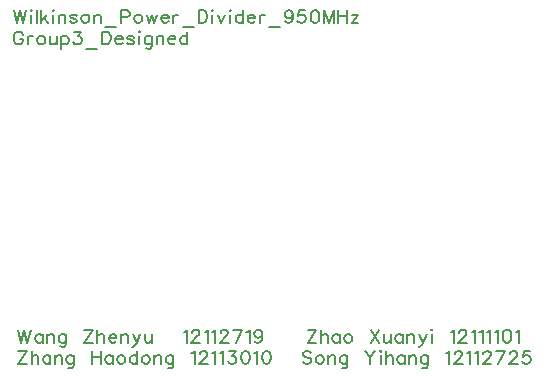
<source format=gto>
G04 Layer: TopSilkscreenLayer*
G04 EasyEDA Pro v2.1.42.467b0aa0.3861f9, 2023-12-20 23:41:23*
G04 Gerber Generator version 0.3*
G04 Scale: 100 percent, Rotated: No, Reflected: No*
G04 Dimensions in millimeters*
G04 Leading zeros omitted, absolute positions, 3 integers and 5 decimals*
%FSLAX35Y35*%
%MOMM*%
%ADD10C,0.15*%
G75*


G04 Text Start*
G54D10*
G01X-3802380Y2821092D02*
G01X-3776726Y2712888D01*
G01X-3750818Y2821092D02*
G01X-3776726Y2712888D01*
G01X-3750818Y2821092D02*
G01X-3725164Y2712888D01*
G01X-3699256Y2821092D02*
G01X-3725164Y2712888D01*
G01X-3659632Y2821092D02*
G01X-3654298Y2816012D01*
G01X-3649218Y2821092D01*
G01X-3654298Y2826172D01*
G01X-3659632Y2821092D01*
G01X-3654298Y2785024D02*
G01X-3654298Y2712888D01*
G01X-3609594Y2821092D02*
G01X-3609594Y2712888D01*
G01X-3569716Y2821092D02*
G01X-3569716Y2712888D01*
G01X-3518154Y2785024D02*
G01X-3569716Y2733462D01*
G01X-3549142Y2754036D02*
G01X-3513074Y2712888D01*
G01X-3473450Y2821092D02*
G01X-3468116Y2816012D01*
G01X-3463036Y2821092D01*
G01X-3468116Y2826172D01*
G01X-3473450Y2821092D01*
G01X-3468116Y2785024D02*
G01X-3468116Y2712888D01*
G01X-3423412Y2785024D02*
G01X-3423412Y2712888D01*
G01X-3423412Y2764450D02*
G01X-3407918Y2779944D01*
G01X-3397504Y2785024D01*
G01X-3382010D01*
G01X-3371850Y2779944D01*
G01X-3366516Y2764450D01*
G01Y2712888D01*
G01X-3269996Y2769530D02*
G01X-3275330Y2779944D01*
G01X-3290570Y2785024D01*
G01X-3306064D01*
G01X-3321558Y2779944D01*
G01X-3326892Y2769530D01*
G01X-3321558Y2759116D01*
G01X-3311398Y2754036D01*
G01X-3285490Y2748956D01*
G01X-3275330Y2743622D01*
G01X-3269996Y2733462D01*
G01Y2728382D01*
G01X-3275330Y2717968D01*
G01X-3290570Y2712888D01*
G01X-3306064D01*
G01X-3321558Y2717968D01*
G01X-3326892Y2728382D01*
G01X-3204464Y2785024D02*
G01X-3214878Y2779944D01*
G01X-3225038Y2769530D01*
G01X-3230372Y2754036D01*
G01Y2743622D01*
G01X-3225038Y2728382D01*
G01X-3214878Y2717968D01*
G01X-3204464Y2712888D01*
G01X-3188970D01*
G01X-3178810Y2717968D01*
G01X-3168396Y2728382D01*
G01X-3163316Y2743622D01*
G01Y2754036D01*
G01X-3168396Y2769530D01*
G01X-3178810Y2779944D01*
G01X-3188970Y2785024D01*
G01X-3204464D01*
G01X-3123692Y2785024D02*
G01X-3123692Y2712888D01*
G01X-3123692Y2764450D02*
G01X-3108198Y2779944D01*
G01X-3097784Y2785024D01*
G01X-3082290D01*
G01X-3072130Y2779944D01*
G01X-3066796Y2764450D01*
G01Y2712888D01*
G01X-3027172Y2676820D02*
G01X-2934208Y2676820D01*
G01X-2894584Y2821092D02*
G01X-2894584Y2712888D01*
G01X-2894584Y2821092D02*
G01X-2848102Y2821092D01*
G01X-2832608Y2816012D01*
G01X-2827528Y2810678D01*
G01X-2822194Y2800518D01*
G01Y2785024D01*
G01X-2827528Y2774610D01*
G01X-2832608Y2769530D01*
G01X-2848102Y2764450D01*
G01X-2894584D01*
G01X-2756662Y2785024D02*
G01X-2767076Y2779944D01*
G01X-2777236Y2769530D01*
G01X-2782570Y2754036D01*
G01Y2743622D01*
G01X-2777236Y2728382D01*
G01X-2767076Y2717968D01*
G01X-2756662Y2712888D01*
G01X-2741168D01*
G01X-2731008Y2717968D01*
G01X-2720594Y2728382D01*
G01X-2715514Y2743622D01*
G01Y2754036D01*
G01X-2720594Y2769530D01*
G01X-2731008Y2779944D01*
G01X-2741168Y2785024D01*
G01X-2756662D01*
G01X-2675890Y2785024D02*
G01X-2655062Y2712888D01*
G01X-2634488Y2785024D02*
G01X-2655062Y2712888D01*
G01X-2634488Y2785024D02*
G01X-2613914Y2712888D01*
G01X-2593340Y2785024D02*
G01X-2613914Y2712888D01*
G01X-2553716Y2754036D02*
G01X-2491740Y2754036D01*
G01Y2764450D01*
G01X-2496820Y2774610D01*
G01X-2502154Y2779944D01*
G01X-2512314Y2785024D01*
G01X-2527808D01*
G01X-2538222Y2779944D01*
G01X-2548382Y2769530D01*
G01X-2553716Y2754036D01*
G01Y2743622D01*
G01X-2548382Y2728382D01*
G01X-2538222Y2717968D01*
G01X-2527808Y2712888D01*
G01X-2512314D01*
G01X-2502154Y2717968D01*
G01X-2491740Y2728382D01*
G01X-2452116Y2785024D02*
G01X-2452116Y2712888D01*
G01X-2452116Y2754036D02*
G01X-2446782Y2769530D01*
G01X-2436622Y2779944D01*
G01X-2426208Y2785024D01*
G01X-2410714D01*
G01X-2371090Y2676820D02*
G01X-2278126Y2676820D01*
G01X-2238502Y2821092D02*
G01X-2238502Y2712888D01*
G01X-2238502Y2821092D02*
G01X-2202180Y2821092D01*
G01X-2186940Y2816012D01*
G01X-2176526Y2805598D01*
G01X-2171446Y2795184D01*
G01X-2166112Y2779944D01*
G01Y2754036D01*
G01X-2171446Y2738542D01*
G01X-2176526Y2728382D01*
G01X-2186940Y2717968D01*
G01X-2202180Y2712888D01*
G01X-2238502D01*
G01X-2126488Y2821092D02*
G01X-2121154Y2816012D01*
G01X-2116074Y2821092D01*
G01X-2121154Y2826172D01*
G01X-2126488Y2821092D01*
G01X-2121154Y2785024D02*
G01X-2121154Y2712888D01*
G01X-2076450Y2785024D02*
G01X-2045462Y2712888D01*
G01X-2014474Y2785024D02*
G01X-2045462Y2712888D01*
G01X-1974850Y2821092D02*
G01X-1969516Y2816012D01*
G01X-1964436Y2821092D01*
G01X-1969516Y2826172D01*
G01X-1974850Y2821092D01*
G01X-1969516Y2785024D02*
G01X-1969516Y2712888D01*
G01X-1862836Y2821092D02*
G01X-1862836Y2712888D01*
G01X-1862836Y2769530D02*
G01X-1873250Y2779944D01*
G01X-1883410Y2785024D01*
G01X-1898904D01*
G01X-1909318Y2779944D01*
G01X-1919478Y2769530D01*
G01X-1924812Y2754036D01*
G01Y2743622D01*
G01X-1919478Y2728382D01*
G01X-1909318Y2717968D01*
G01X-1898904Y2712888D01*
G01X-1883410D01*
G01X-1873250Y2717968D01*
G01X-1862836Y2728382D01*
G01X-1823212Y2754036D02*
G01X-1761236Y2754036D01*
G01Y2764450D01*
G01X-1766316Y2774610D01*
G01X-1771650Y2779944D01*
G01X-1781810Y2785024D01*
G01X-1797304D01*
G01X-1807718Y2779944D01*
G01X-1817878Y2769530D01*
G01X-1823212Y2754036D01*
G01Y2743622D01*
G01X-1817878Y2728382D01*
G01X-1807718Y2717968D01*
G01X-1797304Y2712888D01*
G01X-1781810D01*
G01X-1771650Y2717968D01*
G01X-1761236Y2728382D01*
G01X-1721612Y2785024D02*
G01X-1721612Y2712888D01*
G01X-1721612Y2754036D02*
G01X-1716278Y2769530D01*
G01X-1706118Y2779944D01*
G01X-1695704Y2785024D01*
G01X-1680210D01*
G01X-1640586Y2676820D02*
G01X-1547622Y2676820D01*
G01X-1440942Y2785024D02*
G01X-1446022Y2769530D01*
G01X-1456436Y2759116D01*
G01X-1471676Y2754036D01*
G01X-1477010D01*
G01X-1492504Y2759116D01*
G01X-1502664Y2769530D01*
G01X-1507998Y2785024D01*
G01Y2790104D01*
G01X-1502664Y2805598D01*
G01X-1492504Y2816012D01*
G01X-1477010Y2821092D01*
G01X-1471676D01*
G01X-1456436Y2816012D01*
G01X-1446022Y2805598D01*
G01X-1440942Y2785024D01*
G01Y2759116D01*
G01X-1446022Y2733462D01*
G01X-1456436Y2717968D01*
G01X-1471676Y2712888D01*
G01X-1482090D01*
G01X-1497584Y2717968D01*
G01X-1502664Y2728382D01*
G01X-1339342Y2821092D02*
G01X-1390904Y2821092D01*
G01X-1395984Y2774610D01*
G01X-1390904Y2779944D01*
G01X-1375410Y2785024D01*
G01X-1359916D01*
G01X-1344422Y2779944D01*
G01X-1334262Y2769530D01*
G01X-1328928Y2754036D01*
G01Y2743622D01*
G01X-1334262Y2728382D01*
G01X-1344422Y2717968D01*
G01X-1359916Y2712888D01*
G01X-1375410D01*
G01X-1390904Y2717968D01*
G01X-1395984Y2723048D01*
G01X-1401318Y2733462D01*
G01X-1258316Y2821092D02*
G01X-1273810Y2816012D01*
G01X-1283970Y2800518D01*
G01X-1289304Y2774610D01*
G01Y2759116D01*
G01X-1283970Y2733462D01*
G01X-1273810Y2717968D01*
G01X-1258316Y2712888D01*
G01X-1247902D01*
G01X-1232408Y2717968D01*
G01X-1222248Y2733462D01*
G01X-1216914Y2759116D01*
G01Y2774610D01*
G01X-1222248Y2800518D01*
G01X-1232408Y2816012D01*
G01X-1247902Y2821092D01*
G01X-1258316D01*
G01X-1177290Y2821092D02*
G01X-1177290Y2712888D01*
G01X-1177290Y2821092D02*
G01X-1135888Y2712888D01*
G01X-1094740Y2821092D02*
G01X-1135888Y2712888D01*
G01X-1094740Y2821092D02*
G01X-1094740Y2712888D01*
G01X-1055116Y2821092D02*
G01X-1055116Y2712888D01*
G01X-982726Y2821092D02*
G01X-982726Y2712888D01*
G01X-1055116Y2769530D02*
G01X-982726Y2769530D01*
G01X-886206Y2785024D02*
G01X-943102Y2712888D01*
G01X-943102Y2785024D02*
G01X-886206Y2785024D01*
G01X-943102Y2712888D02*
G01X-886206Y2712888D01*
G01X-3725164Y2615352D02*
G01X-3730244Y2625512D01*
G01X-3740658Y2635926D01*
G01X-3750818Y2641006D01*
G01X-3771646D01*
G01X-3781806Y2635926D01*
G01X-3792220Y2625512D01*
G01X-3797300Y2615352D01*
G01X-3802380Y2599858D01*
G01Y2573950D01*
G01X-3797300Y2558456D01*
G01X-3792220Y2548296D01*
G01X-3781806Y2537882D01*
G01X-3771646Y2532802D01*
G01X-3750818D01*
G01X-3740658Y2537882D01*
G01X-3730244Y2548296D01*
G01X-3725164Y2558456D01*
G01Y2573950D01*
G01X-3750818Y2573950D02*
G01X-3725164Y2573950D01*
G01X-3685540Y2604938D02*
G01X-3685540Y2532802D01*
G01X-3685540Y2573950D02*
G01X-3680206Y2589444D01*
G01X-3670046Y2599858D01*
G01X-3659632Y2604938D01*
G01X-3644138D01*
G01X-3578606Y2604938D02*
G01X-3589020Y2599858D01*
G01X-3599180Y2589444D01*
G01X-3604514Y2573950D01*
G01Y2563790D01*
G01X-3599180Y2548296D01*
G01X-3589020Y2537882D01*
G01X-3578606Y2532802D01*
G01X-3563112D01*
G01X-3552952Y2537882D01*
G01X-3542538Y2548296D01*
G01X-3537458Y2563790D01*
G01Y2573950D01*
G01X-3542538Y2589444D01*
G01X-3552952Y2599858D01*
G01X-3563112Y2604938D01*
G01X-3578606D01*
G01X-3497834Y2604938D02*
G01X-3497834Y2553376D01*
G01X-3492500Y2537882D01*
G01X-3482340Y2532802D01*
G01X-3466846D01*
G01X-3456432Y2537882D01*
G01X-3440938Y2553376D01*
G01X-3440938Y2604938D02*
G01X-3440938Y2532802D01*
G01X-3401314Y2604938D02*
G01X-3401314Y2496734D01*
G01X-3401314Y2589444D02*
G01X-3390900Y2599858D01*
G01X-3380486Y2604938D01*
G01X-3364992D01*
G01X-3354832Y2599858D01*
G01X-3344418Y2589444D01*
G01X-3339338Y2573950D01*
G01Y2563790D01*
G01X-3344418Y2548296D01*
G01X-3354832Y2537882D01*
G01X-3364992Y2532802D01*
G01X-3380486D01*
G01X-3390900Y2537882D01*
G01X-3401314Y2548296D01*
G01X-3289300Y2641006D02*
G01X-3232658Y2641006D01*
G01X-3263392Y2599858D01*
G01X-3248152D01*
G01X-3237738Y2594778D01*
G01X-3232658Y2589444D01*
G01X-3227324Y2573950D01*
G01Y2563790D01*
G01X-3232658Y2548296D01*
G01X-3242818Y2537882D01*
G01X-3258312Y2532802D01*
G01X-3273806D01*
G01X-3289300Y2537882D01*
G01X-3294380Y2543216D01*
G01X-3299714Y2553376D01*
G01X-3187700Y2496734D02*
G01X-3094736Y2496734D01*
G01X-3055112Y2641006D02*
G01X-3055112Y2532802D01*
G01X-3055112Y2641006D02*
G01X-3018790Y2641006D01*
G01X-3003550Y2635926D01*
G01X-2993136Y2625512D01*
G01X-2988056Y2615352D01*
G01X-2982722Y2599858D01*
G01Y2573950D01*
G01X-2988056Y2558456D01*
G01X-2993136Y2548296D01*
G01X-3003550Y2537882D01*
G01X-3018790Y2532802D01*
G01X-3055112D01*
G01X-2943098Y2573950D02*
G01X-2881122Y2573950D01*
G01Y2584364D01*
G01X-2886202Y2594778D01*
G01X-2891536Y2599858D01*
G01X-2901696Y2604938D01*
G01X-2917190D01*
G01X-2927604Y2599858D01*
G01X-2937764Y2589444D01*
G01X-2943098Y2573950D01*
G01Y2563790D01*
G01X-2937764Y2548296D01*
G01X-2927604Y2537882D01*
G01X-2917190Y2532802D01*
G01X-2901696D01*
G01X-2891536Y2537882D01*
G01X-2881122Y2548296D01*
G01X-2784602Y2589444D02*
G01X-2789936Y2599858D01*
G01X-2805176Y2604938D01*
G01X-2820670D01*
G01X-2836164Y2599858D01*
G01X-2841498Y2589444D01*
G01X-2836164Y2579284D01*
G01X-2826004Y2573950D01*
G01X-2800096Y2568870D01*
G01X-2789936Y2563790D01*
G01X-2784602Y2553376D01*
G01Y2548296D01*
G01X-2789936Y2537882D01*
G01X-2805176Y2532802D01*
G01X-2820670D01*
G01X-2836164Y2537882D01*
G01X-2841498Y2548296D01*
G01X-2744978Y2641006D02*
G01X-2739644Y2635926D01*
G01X-2734564Y2641006D01*
G01X-2739644Y2646340D01*
G01X-2744978Y2641006D01*
G01X-2739644Y2604938D02*
G01X-2739644Y2532802D01*
G01X-2632964Y2604938D02*
G01X-2632964Y2522388D01*
G01X-2638044Y2506894D01*
G01X-2643378Y2501814D01*
G01X-2653538Y2496734D01*
G01X-2669032D01*
G01X-2679446Y2501814D01*
G01X-2632964Y2589444D02*
G01X-2643378Y2599858D01*
G01X-2653538Y2604938D01*
G01X-2669032D01*
G01X-2679446Y2599858D01*
G01X-2689606Y2589444D01*
G01X-2694940Y2573950D01*
G01Y2563790D01*
G01X-2689606Y2548296D01*
G01X-2679446Y2537882D01*
G01X-2669032Y2532802D01*
G01X-2653538D01*
G01X-2643378Y2537882D01*
G01X-2632964Y2548296D01*
G01X-2593340Y2604938D02*
G01X-2593340Y2532802D01*
G01X-2593340Y2584364D02*
G01X-2577846Y2599858D01*
G01X-2567432Y2604938D01*
G01X-2551938D01*
G01X-2541778Y2599858D01*
G01X-2536444Y2584364D01*
G01Y2532802D01*
G01X-2496820Y2573950D02*
G01X-2434844Y2573950D01*
G01Y2584364D01*
G01X-2439924Y2594778D01*
G01X-2445258Y2599858D01*
G01X-2455418Y2604938D01*
G01X-2470912D01*
G01X-2481326Y2599858D01*
G01X-2491486Y2589444D01*
G01X-2496820Y2573950D01*
G01Y2563790D01*
G01X-2491486Y2548296D01*
G01X-2481326Y2537882D01*
G01X-2470912Y2532802D01*
G01X-2455418D01*
G01X-2445258Y2537882D01*
G01X-2434844Y2548296D01*
G01X-2333244Y2641006D02*
G01X-2333244Y2532802D01*
G01X-2333244Y2589444D02*
G01X-2343658Y2599858D01*
G01X-2353818Y2604938D01*
G01X-2369312D01*
G01X-2379726Y2599858D01*
G01X-2389886Y2589444D01*
G01X-2395220Y2573950D01*
G01Y2563790D01*
G01X-2389886Y2548296D01*
G01X-2379726Y2537882D01*
G01X-2369312Y2532802D01*
G01X-2353818D01*
G01X-2343658Y2537882D01*
G01X-2333244Y2548296D01*
G01X-3764280Y115992D02*
G01X-3738626Y7788D01*
G01X-3712718Y115992D02*
G01X-3738626Y7788D01*
G01X-3712718Y115992D02*
G01X-3687064Y7788D01*
G01X-3661156Y115992D02*
G01X-3687064Y7788D01*
G01X-3559556Y79924D02*
G01X-3559556Y7788D01*
G01X-3559556Y64430D02*
G01X-3569970Y74844D01*
G01X-3580130Y79924D01*
G01X-3595624D01*
G01X-3606038Y74844D01*
G01X-3616198Y64430D01*
G01X-3621532Y48936D01*
G01Y38522D01*
G01X-3616198Y23282D01*
G01X-3606038Y12868D01*
G01X-3595624Y7788D01*
G01X-3580130D01*
G01X-3569970Y12868D01*
G01X-3559556Y23282D01*
G01X-3519932Y79924D02*
G01X-3519932Y7788D01*
G01X-3519932Y59350D02*
G01X-3504438Y74844D01*
G01X-3494024Y79924D01*
G01X-3478530D01*
G01X-3468370Y74844D01*
G01X-3463036Y59350D01*
G01Y7788D01*
G01X-3361436Y79924D02*
G01X-3361436Y-2626D01*
G01X-3366516Y-18120D01*
G01X-3371850Y-23200D01*
G01X-3382010Y-28280D01*
G01X-3397504D01*
G01X-3407918Y-23200D01*
G01X-3361436Y64430D02*
G01X-3371850Y74844D01*
G01X-3382010Y79924D01*
G01X-3397504D01*
G01X-3407918Y74844D01*
G01X-3418078Y64430D01*
G01X-3423412Y48936D01*
G01Y38522D01*
G01X-3418078Y23282D01*
G01X-3407918Y12868D01*
G01X-3397504Y7788D01*
G01X-3382010D01*
G01X-3371850Y12868D01*
G01X-3361436Y23282D01*
G01X-3134106Y115992D02*
G01X-3206242Y7788D01*
G01X-3206242Y115992D02*
G01X-3134106Y115992D01*
G01X-3206242Y7788D02*
G01X-3134106Y7788D01*
G01X-3094482Y115992D02*
G01X-3094482Y7788D01*
G01X-3094482Y59350D02*
G01X-3078988Y74844D01*
G01X-3068574Y79924D01*
G01X-3053080D01*
G01X-3042920Y74844D01*
G01X-3037586Y59350D01*
G01Y7788D01*
G01X-2997962Y48936D02*
G01X-2935986Y48936D01*
G01Y59350D01*
G01X-2941066Y69510D01*
G01X-2946400Y74844D01*
G01X-2956560Y79924D01*
G01X-2972054D01*
G01X-2982468Y74844D01*
G01X-2992628Y64430D01*
G01X-2997962Y48936D01*
G01Y38522D01*
G01X-2992628Y23282D01*
G01X-2982468Y12868D01*
G01X-2972054Y7788D01*
G01X-2956560D01*
G01X-2946400Y12868D01*
G01X-2935986Y23282D01*
G01X-2896362Y79924D02*
G01X-2896362Y7788D01*
G01X-2896362Y59350D02*
G01X-2880868Y74844D01*
G01X-2870454Y79924D01*
G01X-2854960D01*
G01X-2844800Y74844D01*
G01X-2839466Y59350D01*
G01Y7788D01*
G01X-2794508Y79924D02*
G01X-2763520Y7788D01*
G01X-2732786Y79924D02*
G01X-2763520Y7788D01*
G01X-2773934Y-13040D01*
G01X-2784348Y-23200D01*
G01X-2794508Y-28280D01*
G01X-2799842D01*
G01X-2693162Y79924D02*
G01X-2693162Y28362D01*
G01X-2687828Y12868D01*
G01X-2677668Y7788D01*
G01X-2662174D01*
G01X-2651760Y12868D01*
G01X-2636266Y28362D01*
G01X-2636266Y79924D02*
G01X-2636266Y7788D01*
G01X-2365502Y95418D02*
G01X-2355088Y100498D01*
G01X-2339848Y115992D01*
G01Y7788D01*
G01X-2294890Y90084D02*
G01X-2294890Y95418D01*
G01X-2289810Y105578D01*
G01X-2284730Y110912D01*
G01X-2274316Y115992D01*
G01X-2253742D01*
G01X-2243328Y110912D01*
G01X-2238248Y105578D01*
G01X-2233168Y95418D01*
G01Y85004D01*
G01X-2238248Y74844D01*
G01X-2248662Y59350D01*
G01X-2300224Y7788D01*
G01X-2227834D01*
G01X-2188210Y95418D02*
G01X-2177796Y100498D01*
G01X-2162302Y115992D01*
G01Y7788D01*
G01X-2122678Y95418D02*
G01X-2112264Y100498D01*
G01X-2096770Y115992D01*
G01Y7788D01*
G01X-2051812Y90084D02*
G01X-2051812Y95418D01*
G01X-2046732Y105578D01*
G01X-2041652Y110912D01*
G01X-2031238Y115992D01*
G01X-2010664D01*
G01X-2000250Y110912D01*
G01X-1995170Y105578D01*
G01X-1990090Y95418D01*
G01Y85004D01*
G01X-1995170Y74844D01*
G01X-2005584Y59350D01*
G01X-2057146Y7788D01*
G01X-1984756D01*
G01X-1872742Y115992D02*
G01X-1924304Y7788D01*
G01X-1945132Y115992D02*
G01X-1872742Y115992D01*
G01X-1833118Y95418D02*
G01X-1822704Y100498D01*
G01X-1807210Y115992D01*
G01Y7788D01*
G01X-1700530Y79924D02*
G01X-1705610Y64430D01*
G01X-1716024Y54016D01*
G01X-1731264Y48936D01*
G01X-1736598D01*
G01X-1752092Y54016D01*
G01X-1762252Y64430D01*
G01X-1767586Y79924D01*
G01Y85004D01*
G01X-1762252Y100498D01*
G01X-1752092Y110912D01*
G01X-1736598Y115992D01*
G01X-1731264D01*
G01X-1716024Y110912D01*
G01X-1705610Y100498D01*
G01X-1700530Y79924D01*
G01Y54016D01*
G01X-1705610Y28362D01*
G01X-1716024Y12868D01*
G01X-1731264Y7788D01*
G01X-1741678D01*
G01X-1757172Y12868D01*
G01X-1762252Y23282D01*
G01X-1242060Y115992D02*
G01X-1314196Y7788D01*
G01X-1314196Y115992D02*
G01X-1242060Y115992D01*
G01X-1314196Y7788D02*
G01X-1242060Y7788D01*
G01X-1202436Y115992D02*
G01X-1202436Y7788D01*
G01X-1202436Y59350D02*
G01X-1186942Y74844D01*
G01X-1176528Y79924D01*
G01X-1161034D01*
G01X-1150874Y74844D01*
G01X-1145540Y59350D01*
G01Y7788D01*
G01X-1043940Y79924D02*
G01X-1043940Y7788D01*
G01X-1043940Y64430D02*
G01X-1054354Y74844D01*
G01X-1064514Y79924D01*
G01X-1080008D01*
G01X-1090422Y74844D01*
G01X-1100582Y64430D01*
G01X-1105916Y48936D01*
G01Y38522D01*
G01X-1100582Y23282D01*
G01X-1090422Y12868D01*
G01X-1080008Y7788D01*
G01X-1064514D01*
G01X-1054354Y12868D01*
G01X-1043940Y23282D01*
G01X-978408Y79924D02*
G01X-988822Y74844D01*
G01X-998982Y64430D01*
G01X-1004316Y48936D01*
G01Y38522D01*
G01X-998982Y23282D01*
G01X-988822Y12868D01*
G01X-978408Y7788D01*
G01X-962914D01*
G01X-952754Y12868D01*
G01X-942340Y23282D01*
G01X-937260Y38522D01*
G01Y48936D01*
G01X-942340Y64430D01*
G01X-952754Y74844D01*
G01X-962914Y79924D01*
G01X-978408D01*
G01X-782066Y115992D02*
G01X-709930Y7788D01*
G01X-709930Y115992D02*
G01X-782066Y7788D01*
G01X-670306Y79924D02*
G01X-670306Y28362D01*
G01X-664972Y12868D01*
G01X-654812Y7788D01*
G01X-639318D01*
G01X-628904Y12868D01*
G01X-613410Y28362D01*
G01X-613410Y79924D02*
G01X-613410Y7788D01*
G01X-511810Y79924D02*
G01X-511810Y7788D01*
G01X-511810Y64430D02*
G01X-522224Y74844D01*
G01X-532384Y79924D01*
G01X-547878D01*
G01X-558292Y74844D01*
G01X-568452Y64430D01*
G01X-573786Y48936D01*
G01Y38522D01*
G01X-568452Y23282D01*
G01X-558292Y12868D01*
G01X-547878Y7788D01*
G01X-532384D01*
G01X-522224Y12868D01*
G01X-511810Y23282D01*
G01X-472186Y79924D02*
G01X-472186Y7788D01*
G01X-472186Y59350D02*
G01X-456692Y74844D01*
G01X-446278Y79924D01*
G01X-430784D01*
G01X-420624Y74844D01*
G01X-415290Y59350D01*
G01Y7788D01*
G01X-370332Y79924D02*
G01X-339344Y7788D01*
G01X-308610Y79924D02*
G01X-339344Y7788D01*
G01X-349758Y-13040D01*
G01X-360172Y-23200D01*
G01X-370332Y-28280D01*
G01X-375666D01*
G01X-268986Y115992D02*
G01X-263652Y110912D01*
G01X-258572Y115992D01*
G01X-263652Y121072D01*
G01X-268986Y115992D01*
G01X-263652Y79924D02*
G01X-263652Y7788D01*
G01X-103378Y95418D02*
G01X-92964Y100498D01*
G01X-77470Y115992D01*
G01Y7788D01*
G01X-32512Y90084D02*
G01X-32512Y95418D01*
G01X-27432Y105578D01*
G01X-22352Y110912D01*
G01X-11938Y115992D01*
G01X8636D01*
G01X19050Y110912D01*
G01X24130Y105578D01*
G01X29210Y95418D01*
G01Y85004D01*
G01X24130Y74844D01*
G01X13716Y59350D01*
G01X-37846Y7788D01*
G01X34544D01*
G01X74168Y95418D02*
G01X84582Y100498D01*
G01X100076Y115992D01*
G01Y7788D01*
G01X139700Y95418D02*
G01X150114Y100498D01*
G01X165608Y115992D01*
G01Y7788D01*
G01X205232Y95418D02*
G01X215646Y100498D01*
G01X231140Y115992D01*
G01Y7788D01*
G01X270764Y95418D02*
G01X281178Y100498D01*
G01X296672Y115992D01*
G01Y7788D01*
G01X367284Y115992D02*
G01X351790Y110912D01*
G01X341630Y95418D01*
G01X336296Y69510D01*
G01Y54016D01*
G01X341630Y28362D01*
G01X351790Y12868D01*
G01X367284Y7788D01*
G01X377698D01*
G01X393192Y12868D01*
G01X403352Y28362D01*
G01X408686Y54016D01*
G01Y69510D01*
G01X403352Y95418D01*
G01X393192Y110912D01*
G01X377698Y115992D01*
G01X367284D01*
G01X448310Y95418D02*
G01X458724Y100498D01*
G01X474218Y115992D01*
G01Y7788D01*
G01X-3692144Y-64094D02*
G01X-3764280Y-172298D01*
G01X-3764280Y-64094D02*
G01X-3692144Y-64094D01*
G01X-3764280Y-172298D02*
G01X-3692144Y-172298D01*
G01X-3652520Y-64094D02*
G01X-3652520Y-172298D01*
G01X-3652520Y-120736D02*
G01X-3637026Y-105242D01*
G01X-3626612Y-100162D01*
G01X-3611118D01*
G01X-3600958Y-105242D01*
G01X-3595624Y-120736D01*
G01Y-172298D01*
G01X-3494024Y-100162D02*
G01X-3494024Y-172298D01*
G01X-3494024Y-115656D02*
G01X-3504438Y-105242D01*
G01X-3514598Y-100162D01*
G01X-3530092D01*
G01X-3540506Y-105242D01*
G01X-3550666Y-115656D01*
G01X-3556000Y-131150D01*
G01Y-141310D01*
G01X-3550666Y-156804D01*
G01X-3540506Y-167218D01*
G01X-3530092Y-172298D01*
G01X-3514598D01*
G01X-3504438Y-167218D01*
G01X-3494024Y-156804D01*
G01X-3454400Y-100162D02*
G01X-3454400Y-172298D01*
G01X-3454400Y-120736D02*
G01X-3438906Y-105242D01*
G01X-3428492Y-100162D01*
G01X-3412998D01*
G01X-3402838Y-105242D01*
G01X-3397504Y-120736D01*
G01Y-172298D01*
G01X-3295904Y-100162D02*
G01X-3295904Y-182712D01*
G01X-3300984Y-198206D01*
G01X-3306318Y-203286D01*
G01X-3316478Y-208366D01*
G01X-3331972D01*
G01X-3342386Y-203286D01*
G01X-3295904Y-115656D02*
G01X-3306318Y-105242D01*
G01X-3316478Y-100162D01*
G01X-3331972D01*
G01X-3342386Y-105242D01*
G01X-3352546Y-115656D01*
G01X-3357880Y-131150D01*
G01Y-141310D01*
G01X-3352546Y-156804D01*
G01X-3342386Y-167218D01*
G01X-3331972Y-172298D01*
G01X-3316478D01*
G01X-3306318Y-167218D01*
G01X-3295904Y-156804D01*
G01X-3140710Y-64094D02*
G01X-3140710Y-172298D01*
G01X-3068574Y-64094D02*
G01X-3068574Y-172298D01*
G01X-3140710Y-115656D02*
G01X-3068574Y-115656D01*
G01X-2966974Y-100162D02*
G01X-2966974Y-172298D01*
G01X-2966974Y-115656D02*
G01X-2977388Y-105242D01*
G01X-2987548Y-100162D01*
G01X-3003042D01*
G01X-3013456Y-105242D01*
G01X-3023616Y-115656D01*
G01X-3028950Y-131150D01*
G01Y-141310D01*
G01X-3023616Y-156804D01*
G01X-3013456Y-167218D01*
G01X-3003042Y-172298D01*
G01X-2987548D01*
G01X-2977388Y-167218D01*
G01X-2966974Y-156804D01*
G01X-2901442Y-100162D02*
G01X-2911856Y-105242D01*
G01X-2922016Y-115656D01*
G01X-2927350Y-131150D01*
G01Y-141310D01*
G01X-2922016Y-156804D01*
G01X-2911856Y-167218D01*
G01X-2901442Y-172298D01*
G01X-2885948D01*
G01X-2875788Y-167218D01*
G01X-2865374Y-156804D01*
G01X-2860294Y-141310D01*
G01Y-131150D01*
G01X-2865374Y-115656D01*
G01X-2875788Y-105242D01*
G01X-2885948Y-100162D01*
G01X-2901442D01*
G01X-2758694Y-64094D02*
G01X-2758694Y-172298D01*
G01X-2758694Y-115656D02*
G01X-2769108Y-105242D01*
G01X-2779268Y-100162D01*
G01X-2794762D01*
G01X-2805176Y-105242D01*
G01X-2815336Y-115656D01*
G01X-2820670Y-131150D01*
G01Y-141310D01*
G01X-2815336Y-156804D01*
G01X-2805176Y-167218D01*
G01X-2794762Y-172298D01*
G01X-2779268D01*
G01X-2769108Y-167218D01*
G01X-2758694Y-156804D01*
G01X-2693162Y-100162D02*
G01X-2703576Y-105242D01*
G01X-2713736Y-115656D01*
G01X-2719070Y-131150D01*
G01Y-141310D01*
G01X-2713736Y-156804D01*
G01X-2703576Y-167218D01*
G01X-2693162Y-172298D01*
G01X-2677668D01*
G01X-2667508Y-167218D01*
G01X-2657094Y-156804D01*
G01X-2652014Y-141310D01*
G01Y-131150D01*
G01X-2657094Y-115656D01*
G01X-2667508Y-105242D01*
G01X-2677668Y-100162D01*
G01X-2693162D01*
G01X-2612390Y-100162D02*
G01X-2612390Y-172298D01*
G01X-2612390Y-120736D02*
G01X-2596896Y-105242D01*
G01X-2586482Y-100162D01*
G01X-2570988D01*
G01X-2560828Y-105242D01*
G01X-2555494Y-120736D01*
G01Y-172298D01*
G01X-2453894Y-100162D02*
G01X-2453894Y-182712D01*
G01X-2458974Y-198206D01*
G01X-2464308Y-203286D01*
G01X-2474468Y-208366D01*
G01X-2489962D01*
G01X-2500376Y-203286D01*
G01X-2453894Y-115656D02*
G01X-2464308Y-105242D01*
G01X-2474468Y-100162D01*
G01X-2489962D01*
G01X-2500376Y-105242D01*
G01X-2510536Y-115656D01*
G01X-2515870Y-131150D01*
G01Y-141310D01*
G01X-2510536Y-156804D01*
G01X-2500376Y-167218D01*
G01X-2489962Y-172298D01*
G01X-2474468D01*
G01X-2464308Y-167218D01*
G01X-2453894Y-156804D01*
G01X-2298700Y-84668D02*
G01X-2288286Y-79588D01*
G01X-2272792Y-64094D01*
G01Y-172298D01*
G01X-2227834Y-89748D02*
G01X-2227834Y-84668D01*
G01X-2222754Y-74254D01*
G01X-2217674Y-69174D01*
G01X-2207260Y-64094D01*
G01X-2186686D01*
G01X-2176272Y-69174D01*
G01X-2171192Y-74254D01*
G01X-2166112Y-84668D01*
G01Y-95082D01*
G01X-2171192Y-105242D01*
G01X-2181606Y-120736D01*
G01X-2233168Y-172298D01*
G01X-2160778D01*
G01X-2121154Y-84668D02*
G01X-2110740Y-79588D01*
G01X-2095246Y-64094D01*
G01Y-172298D01*
G01X-2055622Y-84668D02*
G01X-2045208Y-79588D01*
G01X-2029714Y-64094D01*
G01Y-172298D01*
G01X-1979676Y-64094D02*
G01X-1923034Y-64094D01*
G01X-1953768Y-105242D01*
G01X-1938528D01*
G01X-1928114Y-110322D01*
G01X-1923034Y-115656D01*
G01X-1917700Y-131150D01*
G01Y-141310D01*
G01X-1923034Y-156804D01*
G01X-1933194Y-167218D01*
G01X-1948688Y-172298D01*
G01X-1964182D01*
G01X-1979676Y-167218D01*
G01X-1984756Y-161884D01*
G01X-1990090Y-151724D01*
G01X-1847088Y-64094D02*
G01X-1862582Y-69174D01*
G01X-1872742Y-84668D01*
G01X-1878076Y-110322D01*
G01Y-125816D01*
G01X-1872742Y-151724D01*
G01X-1862582Y-167218D01*
G01X-1847088Y-172298D01*
G01X-1836674D01*
G01X-1821180Y-167218D01*
G01X-1811020Y-151724D01*
G01X-1805686Y-125816D01*
G01Y-110322D01*
G01X-1811020Y-84668D01*
G01X-1821180Y-69174D01*
G01X-1836674Y-64094D01*
G01X-1847088D01*
G01X-1766062Y-84668D02*
G01X-1755648Y-79588D01*
G01X-1740154Y-64094D01*
G01Y-172298D01*
G01X-1669542Y-64094D02*
G01X-1685036Y-69174D01*
G01X-1695196Y-84668D01*
G01X-1700530Y-110322D01*
G01Y-125816D01*
G01X-1695196Y-151724D01*
G01X-1685036Y-167218D01*
G01X-1669542Y-172298D01*
G01X-1659128D01*
G01X-1643634Y-167218D01*
G01X-1633474Y-151724D01*
G01X-1628140Y-125816D01*
G01Y-110322D01*
G01X-1633474Y-84668D01*
G01X-1643634Y-69174D01*
G01X-1659128Y-64094D01*
G01X-1669542D01*
G01X-1285240Y-79588D02*
G01X-1295400Y-69174D01*
G01X-1310894Y-64094D01*
G01X-1331722D01*
G01X-1346962Y-69174D01*
G01X-1357376Y-79588D01*
G01Y-89748D01*
G01X-1352296Y-100162D01*
G01X-1346962Y-105242D01*
G01X-1336802Y-110322D01*
G01X-1305814Y-120736D01*
G01X-1295400Y-125816D01*
G01X-1290320Y-131150D01*
G01X-1285240Y-141310D01*
G01Y-156804D01*
G01X-1295400Y-167218D01*
G01X-1310894Y-172298D01*
G01X-1331722D01*
G01X-1346962Y-167218D01*
G01X-1357376Y-156804D01*
G01X-1219708Y-100162D02*
G01X-1230122Y-105242D01*
G01X-1240282Y-115656D01*
G01X-1245616Y-131150D01*
G01Y-141310D01*
G01X-1240282Y-156804D01*
G01X-1230122Y-167218D01*
G01X-1219708Y-172298D01*
G01X-1204214D01*
G01X-1194054Y-167218D01*
G01X-1183640Y-156804D01*
G01X-1178560Y-141310D01*
G01Y-131150D01*
G01X-1183640Y-115656D01*
G01X-1194054Y-105242D01*
G01X-1204214Y-100162D01*
G01X-1219708D01*
G01X-1138936Y-100162D02*
G01X-1138936Y-172298D01*
G01X-1138936Y-120736D02*
G01X-1123442Y-105242D01*
G01X-1113028Y-100162D01*
G01X-1097534D01*
G01X-1087374Y-105242D01*
G01X-1082040Y-120736D01*
G01Y-172298D01*
G01X-980440Y-100162D02*
G01X-980440Y-182712D01*
G01X-985520Y-198206D01*
G01X-990854Y-203286D01*
G01X-1001014Y-208366D01*
G01X-1016508D01*
G01X-1026922Y-203286D01*
G01X-980440Y-115656D02*
G01X-990854Y-105242D01*
G01X-1001014Y-100162D01*
G01X-1016508D01*
G01X-1026922Y-105242D01*
G01X-1037082Y-115656D01*
G01X-1042416Y-131150D01*
G01Y-141310D01*
G01X-1037082Y-156804D01*
G01X-1026922Y-167218D01*
G01X-1016508Y-172298D01*
G01X-1001014D01*
G01X-990854Y-167218D01*
G01X-980440Y-156804D01*
G01X-825246Y-64094D02*
G01X-783844Y-115656D01*
G01Y-172298D01*
G01X-742696Y-64094D02*
G01X-783844Y-115656D01*
G01X-703072Y-64094D02*
G01X-697738Y-69174D01*
G01X-692658Y-64094D01*
G01X-697738Y-58760D01*
G01X-703072Y-64094D01*
G01X-697738Y-100162D02*
G01X-697738Y-172298D01*
G01X-653034Y-64094D02*
G01X-653034Y-172298D01*
G01X-653034Y-120736D02*
G01X-637540Y-105242D01*
G01X-627126Y-100162D01*
G01X-611632D01*
G01X-601472Y-105242D01*
G01X-596138Y-120736D01*
G01Y-172298D01*
G01X-494538Y-100162D02*
G01X-494538Y-172298D01*
G01X-494538Y-115656D02*
G01X-504952Y-105242D01*
G01X-515112Y-100162D01*
G01X-530606D01*
G01X-541020Y-105242D01*
G01X-551180Y-115656D01*
G01X-556514Y-131150D01*
G01Y-141310D01*
G01X-551180Y-156804D01*
G01X-541020Y-167218D01*
G01X-530606Y-172298D01*
G01X-515112D01*
G01X-504952Y-167218D01*
G01X-494538Y-156804D01*
G01X-454914Y-100162D02*
G01X-454914Y-172298D01*
G01X-454914Y-120736D02*
G01X-439420Y-105242D01*
G01X-429006Y-100162D01*
G01X-413512D01*
G01X-403352Y-105242D01*
G01X-398018Y-120736D01*
G01Y-172298D01*
G01X-296418Y-100162D02*
G01X-296418Y-182712D01*
G01X-301498Y-198206D01*
G01X-306832Y-203286D01*
G01X-316992Y-208366D01*
G01X-332486D01*
G01X-342900Y-203286D01*
G01X-296418Y-115656D02*
G01X-306832Y-105242D01*
G01X-316992Y-100162D01*
G01X-332486D01*
G01X-342900Y-105242D01*
G01X-353060Y-115656D01*
G01X-358394Y-131150D01*
G01Y-141310D01*
G01X-353060Y-156804D01*
G01X-342900Y-167218D01*
G01X-332486Y-172298D01*
G01X-316992D01*
G01X-306832Y-167218D01*
G01X-296418Y-156804D01*
G01X-141224Y-84668D02*
G01X-130810Y-79588D01*
G01X-115316Y-64094D01*
G01Y-172298D01*
G01X-70358Y-89748D02*
G01X-70358Y-84668D01*
G01X-65278Y-74254D01*
G01X-60198Y-69174D01*
G01X-49784Y-64094D01*
G01X-29210D01*
G01X-18796Y-69174D01*
G01X-13716Y-74254D01*
G01X-8636Y-84668D01*
G01Y-95082D01*
G01X-13716Y-105242D01*
G01X-24130Y-120736D01*
G01X-75692Y-172298D01*
G01X-3302D01*
G01X36322Y-84668D02*
G01X46736Y-79588D01*
G01X62230Y-64094D01*
G01Y-172298D01*
G01X101854Y-84668D02*
G01X112268Y-79588D01*
G01X127762Y-64094D01*
G01Y-172298D01*
G01X172720Y-89748D02*
G01X172720Y-84668D01*
G01X177800Y-74254D01*
G01X182880Y-69174D01*
G01X193294Y-64094D01*
G01X213868D01*
G01X224282Y-69174D01*
G01X229362Y-74254D01*
G01X234442Y-84668D01*
G01Y-95082D01*
G01X229362Y-105242D01*
G01X218948Y-120736D01*
G01X167386Y-172298D01*
G01X239776D01*
G01X351790Y-64094D02*
G01X300228Y-172298D01*
G01X279400Y-64094D02*
G01X351790Y-64094D01*
G01X396748Y-89748D02*
G01X396748Y-84668D01*
G01X401828Y-74254D01*
G01X406908Y-69174D01*
G01X417322Y-64094D01*
G01X437896D01*
G01X448310Y-69174D01*
G01X453390Y-74254D01*
G01X458470Y-84668D01*
G01Y-95082D01*
G01X453390Y-105242D01*
G01X442976Y-120736D01*
G01X391414Y-172298D01*
G01X463804D01*
G01X565404Y-64094D02*
G01X513842Y-64094D01*
G01X508762Y-110322D01*
G01X513842Y-105242D01*
G01X529336Y-100162D01*
G01X544830D01*
G01X560324Y-105242D01*
G01X570484Y-115656D01*
G01X575818Y-131150D01*
G01Y-141310D01*
G01X570484Y-156804D01*
G01X560324Y-167218D01*
G01X544830Y-172298D01*
G01X529336D01*
G01X513842Y-167218D01*
G01X508762Y-161884D01*
G01X503428Y-151724D01*
G04 Text End*

M02*

</source>
